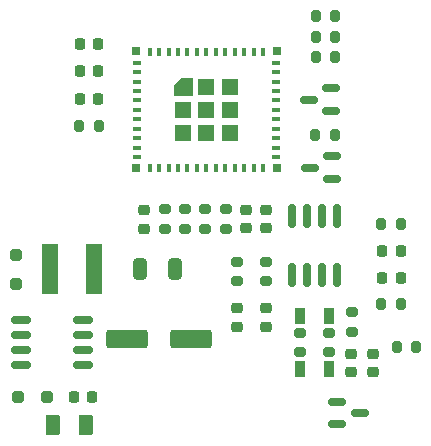
<source format=gbr>
%TF.GenerationSoftware,KiCad,Pcbnew,(7.0.0)*%
%TF.CreationDate,2023-03-19T21:05:42+01:00*%
%TF.ProjectId,ESP32-Touch_board,45535033-322d-4546-9f75-63685f626f61,rev?*%
%TF.SameCoordinates,Original*%
%TF.FileFunction,Paste,Top*%
%TF.FilePolarity,Positive*%
%FSLAX46Y46*%
G04 Gerber Fmt 4.6, Leading zero omitted, Abs format (unit mm)*
G04 Created by KiCad (PCBNEW (7.0.0)) date 2023-03-19 21:05:42*
%MOMM*%
%LPD*%
G01*
G04 APERTURE LIST*
G04 Aperture macros list*
%AMRoundRect*
0 Rectangle with rounded corners*
0 $1 Rounding radius*
0 $2 $3 $4 $5 $6 $7 $8 $9 X,Y pos of 4 corners*
0 Add a 4 corners polygon primitive as box body*
4,1,4,$2,$3,$4,$5,$6,$7,$8,$9,$2,$3,0*
0 Add four circle primitives for the rounded corners*
1,1,$1+$1,$2,$3*
1,1,$1+$1,$4,$5*
1,1,$1+$1,$6,$7*
1,1,$1+$1,$8,$9*
0 Add four rect primitives between the rounded corners*
20,1,$1+$1,$2,$3,$4,$5,0*
20,1,$1+$1,$4,$5,$6,$7,0*
20,1,$1+$1,$6,$7,$8,$9,0*
20,1,$1+$1,$8,$9,$2,$3,0*%
G04 Aperture macros list end*
%ADD10C,0.010000*%
%ADD11RoundRect,0.150000X0.587500X0.150000X-0.587500X0.150000X-0.587500X-0.150000X0.587500X-0.150000X0*%
%ADD12RoundRect,0.200000X-0.200000X-0.275000X0.200000X-0.275000X0.200000X0.275000X-0.200000X0.275000X0*%
%ADD13R,0.800000X0.400000*%
%ADD14R,0.400000X0.800000*%
%ADD15R,1.450000X1.450000*%
%ADD16R,0.700000X0.700000*%
%ADD17RoundRect,0.150000X-0.587500X-0.150000X0.587500X-0.150000X0.587500X0.150000X-0.587500X0.150000X0*%
%ADD18RoundRect,0.250000X0.250000X0.250000X-0.250000X0.250000X-0.250000X-0.250000X0.250000X-0.250000X0*%
%ADD19RoundRect,0.200000X-0.275000X0.200000X-0.275000X-0.200000X0.275000X-0.200000X0.275000X0.200000X0*%
%ADD20RoundRect,0.200000X0.200000X0.275000X-0.200000X0.275000X-0.200000X-0.275000X0.200000X-0.275000X0*%
%ADD21RoundRect,0.225000X0.225000X0.250000X-0.225000X0.250000X-0.225000X-0.250000X0.225000X-0.250000X0*%
%ADD22RoundRect,0.225000X-0.250000X0.225000X-0.250000X-0.225000X0.250000X-0.225000X0.250000X0.225000X0*%
%ADD23RoundRect,0.150000X-0.150000X0.825000X-0.150000X-0.825000X0.150000X-0.825000X0.150000X0.825000X0*%
%ADD24RoundRect,0.250000X-0.325000X-0.650000X0.325000X-0.650000X0.325000X0.650000X-0.325000X0.650000X0*%
%ADD25RoundRect,0.218750X-0.256250X0.218750X-0.256250X-0.218750X0.256250X-0.218750X0.256250X0.218750X0*%
%ADD26R,1.400000X4.200000*%
%ADD27RoundRect,0.250000X-0.250000X0.250000X-0.250000X-0.250000X0.250000X-0.250000X0.250000X0.250000X0*%
%ADD28RoundRect,0.200000X0.275000X-0.200000X0.275000X0.200000X-0.275000X0.200000X-0.275000X-0.200000X0*%
%ADD29RoundRect,0.218750X-0.218750X-0.256250X0.218750X-0.256250X0.218750X0.256250X-0.218750X0.256250X0*%
%ADD30R,0.900000X1.350000*%
%ADD31RoundRect,0.250000X-1.500000X-0.550000X1.500000X-0.550000X1.500000X0.550000X-1.500000X0.550000X0*%
%ADD32RoundRect,0.225000X-0.225000X-0.250000X0.225000X-0.250000X0.225000X0.250000X-0.225000X0.250000X0*%
%ADD33RoundRect,0.250000X-0.375000X-0.625000X0.375000X-0.625000X0.375000X0.625000X-0.375000X0.625000X0*%
%ADD34RoundRect,0.150000X0.675000X0.150000X-0.675000X0.150000X-0.675000X-0.150000X0.675000X-0.150000X0*%
G04 APERTURE END LIST*
%TO.C,U3*%
G36*
X71600000Y-101475000D02*
G01*
X70150000Y-101475000D01*
X70150000Y-100625000D01*
X70750000Y-100025000D01*
X71600000Y-100025000D01*
X71600000Y-101475000D01*
G37*
D10*
X71600000Y-101475000D02*
X70150000Y-101475000D01*
X70150000Y-100625000D01*
X70750000Y-100025000D01*
X71600000Y-100025000D01*
X71600000Y-101475000D01*
%TD*%
D11*
%TO.C,Q2*%
X83465000Y-108570000D03*
X83465000Y-106670000D03*
X81590000Y-107620000D03*
%TD*%
D12*
%TO.C,R10*%
X62090000Y-104070000D03*
X63740000Y-104070000D03*
%TD*%
D13*
%TO.C,U3*%
X66949999Y-98724999D03*
X66949999Y-99524999D03*
X66949999Y-100324999D03*
X66949999Y-101124999D03*
X66949999Y-101924999D03*
X66949999Y-102724999D03*
X66949999Y-103524999D03*
X66949999Y-104324999D03*
X66949999Y-105124999D03*
X66949999Y-105924999D03*
X66949999Y-106724999D03*
D14*
X68049999Y-107624999D03*
X68849999Y-107624999D03*
X69649999Y-107624999D03*
X70449999Y-107624999D03*
X71249999Y-107624999D03*
X72049999Y-107624999D03*
X72849999Y-107624999D03*
X73649999Y-107624999D03*
X74449999Y-107624999D03*
X75249999Y-107624999D03*
X76049999Y-107624999D03*
X76849999Y-107624999D03*
X77649999Y-107624999D03*
D13*
X78749999Y-106724999D03*
X78749999Y-105924999D03*
X78749999Y-105124999D03*
X78749999Y-104324999D03*
X78749999Y-103524999D03*
X78749999Y-102724999D03*
X78749999Y-101924999D03*
X78749999Y-101124999D03*
X78749999Y-100324999D03*
X78749999Y-99524999D03*
X78749999Y-98724999D03*
D14*
X77649999Y-97824999D03*
X76849999Y-97824999D03*
X76049999Y-97824999D03*
X75249999Y-97824999D03*
X74449999Y-97824999D03*
X73649999Y-97824999D03*
X72849999Y-97824999D03*
X72049999Y-97824999D03*
X71249999Y-97824999D03*
X70449999Y-97824999D03*
X69649999Y-97824999D03*
X68849999Y-97824999D03*
X68049999Y-97824999D03*
D15*
X72849999Y-100749999D03*
X74824999Y-100749999D03*
X74824999Y-102724999D03*
X74824999Y-104699999D03*
X72849999Y-104699999D03*
X70874999Y-104699999D03*
X70874999Y-102724999D03*
X72849999Y-102724999D03*
D16*
X78799999Y-97774999D03*
X78799999Y-107674999D03*
X66899999Y-107674999D03*
X66899999Y-97774999D03*
%TD*%
D17*
%TO.C,D5*%
X83947500Y-127427500D03*
X83947500Y-129327500D03*
X85822500Y-128377500D03*
%TD*%
D12*
%TO.C,R6*%
X87640000Y-119190000D03*
X89290000Y-119190000D03*
%TD*%
%TO.C,R14*%
X82125000Y-94740000D03*
X83775000Y-94740000D03*
%TD*%
D18*
%TO.C,D1*%
X59367500Y-127015000D03*
X56867500Y-127015000D03*
%TD*%
D19*
%TO.C,R5*%
X80750000Y-121590000D03*
X80750000Y-123240000D03*
%TD*%
D20*
%TO.C,R13*%
X83785000Y-96530000D03*
X82135000Y-96530000D03*
%TD*%
D21*
%TO.C,C8*%
X63690000Y-101766667D03*
X62140000Y-101766667D03*
%TD*%
D22*
%TO.C,C5*%
X85095000Y-123360000D03*
X85095000Y-124910000D03*
%TD*%
D23*
%TO.C,U1*%
X83900000Y-111725000D03*
X82630000Y-111725000D03*
X81360000Y-111725000D03*
X80090000Y-111725000D03*
X80090000Y-116675000D03*
X81360000Y-116675000D03*
X82630000Y-116675000D03*
X83900000Y-116675000D03*
%TD*%
D24*
%TO.C,C7*%
X67245000Y-116235000D03*
X70195000Y-116235000D03*
%TD*%
D20*
%TO.C,R11*%
X83780000Y-98250000D03*
X82130000Y-98250000D03*
%TD*%
D19*
%TO.C,R3*%
X77915000Y-115590000D03*
X77915000Y-117240000D03*
%TD*%
D22*
%TO.C,C6*%
X86955000Y-123375000D03*
X86955000Y-124925000D03*
%TD*%
D25*
%TO.C,D2*%
X75415000Y-119535000D03*
X75415000Y-121110000D03*
%TD*%
D26*
%TO.C,L2*%
X59609999Y-116177499D03*
X63309999Y-116177499D03*
%TD*%
D19*
%TO.C,R2*%
X75430000Y-115590000D03*
X75430000Y-117240000D03*
%TD*%
D27*
%TO.C,D4*%
X56750000Y-114990000D03*
X56750000Y-117490000D03*
%TD*%
D22*
%TO.C,C1*%
X76200000Y-111175000D03*
X76200000Y-112725000D03*
%TD*%
D28*
%TO.C,R4*%
X83240000Y-123240000D03*
X83240000Y-121590000D03*
%TD*%
D20*
%TO.C,R12*%
X83740000Y-104820000D03*
X82090000Y-104820000D03*
%TD*%
D25*
%TO.C,D3*%
X77910000Y-119517500D03*
X77910000Y-121092500D03*
%TD*%
D22*
%TO.C,C2*%
X77920000Y-111175000D03*
X77920000Y-112725000D03*
%TD*%
D21*
%TO.C,C9*%
X63690000Y-99463334D03*
X62140000Y-99463334D03*
%TD*%
D29*
%TO.C,D6*%
X87717500Y-116945000D03*
X89292500Y-116945000D03*
%TD*%
D25*
%TO.C,D8*%
X67560000Y-111202500D03*
X67560000Y-112777500D03*
%TD*%
D21*
%TO.C,C10*%
X63690000Y-97160000D03*
X62140000Y-97160000D03*
%TD*%
D19*
%TO.C,R1*%
X85145000Y-119850000D03*
X85145000Y-121500000D03*
%TD*%
D12*
%TO.C,R7*%
X87640000Y-112415000D03*
X89290000Y-112415000D03*
%TD*%
D19*
%TO.C,R17*%
X72760000Y-111125000D03*
X72760000Y-112775000D03*
%TD*%
D28*
%TO.C,R15*%
X74480000Y-112775000D03*
X74480000Y-111125000D03*
%TD*%
D30*
%TO.C,L1*%
X83244999Y-120132499D03*
X80744999Y-120132499D03*
X80744999Y-124682499D03*
X83244999Y-124682499D03*
%TD*%
D19*
%TO.C,R16*%
X71040000Y-111125000D03*
X71040000Y-112775000D03*
%TD*%
D31*
%TO.C,C3*%
X66150000Y-122085000D03*
X71550000Y-122085000D03*
%TD*%
D32*
%TO.C,C4*%
X61630000Y-127015000D03*
X63180000Y-127015000D03*
%TD*%
D33*
%TO.C,F1*%
X59890000Y-129405000D03*
X62690000Y-129405000D03*
%TD*%
D28*
%TO.C,R9*%
X69320000Y-112775000D03*
X69320000Y-111125000D03*
%TD*%
D29*
%TO.C,D7*%
X87717500Y-114660000D03*
X89292500Y-114660000D03*
%TD*%
D20*
%TO.C,R8*%
X90605000Y-122770000D03*
X88955000Y-122770000D03*
%TD*%
D11*
%TO.C,Q1*%
X83440000Y-102800000D03*
X83440000Y-100900000D03*
X81565000Y-101850000D03*
%TD*%
D34*
%TO.C,U2*%
X62435000Y-124295000D03*
X62435000Y-123025000D03*
X62435000Y-121755000D03*
X62435000Y-120485000D03*
X57185000Y-120485000D03*
X57185000Y-121755000D03*
X57185000Y-123025000D03*
X57185000Y-124295000D03*
%TD*%
M02*

</source>
